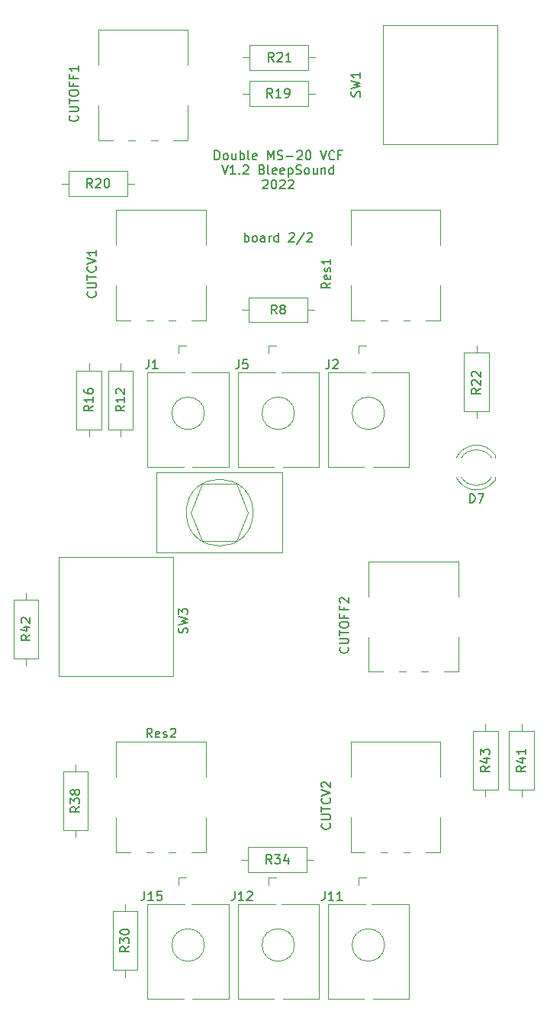
<source format=gbr>
G04 #@! TF.GenerationSoftware,KiCad,Pcbnew,(6.0.6)*
G04 #@! TF.CreationDate,2022-11-24T12:50:18+00:00*
G04 #@! TF.ProjectId,MS20-VCF,4d533230-2d56-4434-962e-6b696361645f,rev?*
G04 #@! TF.SameCoordinates,Original*
G04 #@! TF.FileFunction,Legend,Top*
G04 #@! TF.FilePolarity,Positive*
%FSLAX46Y46*%
G04 Gerber Fmt 4.6, Leading zero omitted, Abs format (unit mm)*
G04 Created by KiCad (PCBNEW (6.0.6)) date 2022-11-24 12:50:18*
%MOMM*%
%LPD*%
G01*
G04 APERTURE LIST*
%ADD10C,0.150000*%
%ADD11C,0.120000*%
G04 APERTURE END LIST*
D10*
X121261904Y-61452380D02*
X121261904Y-60452380D01*
X121261904Y-60833333D02*
X121357142Y-60785714D01*
X121547619Y-60785714D01*
X121642857Y-60833333D01*
X121690476Y-60880952D01*
X121738095Y-60976190D01*
X121738095Y-61261904D01*
X121690476Y-61357142D01*
X121642857Y-61404761D01*
X121547619Y-61452380D01*
X121357142Y-61452380D01*
X121261904Y-61404761D01*
X122309523Y-61452380D02*
X122214285Y-61404761D01*
X122166666Y-61357142D01*
X122119047Y-61261904D01*
X122119047Y-60976190D01*
X122166666Y-60880952D01*
X122214285Y-60833333D01*
X122309523Y-60785714D01*
X122452380Y-60785714D01*
X122547619Y-60833333D01*
X122595238Y-60880952D01*
X122642857Y-60976190D01*
X122642857Y-61261904D01*
X122595238Y-61357142D01*
X122547619Y-61404761D01*
X122452380Y-61452380D01*
X122309523Y-61452380D01*
X123500000Y-61452380D02*
X123500000Y-60928571D01*
X123452380Y-60833333D01*
X123357142Y-60785714D01*
X123166666Y-60785714D01*
X123071428Y-60833333D01*
X123500000Y-61404761D02*
X123404761Y-61452380D01*
X123166666Y-61452380D01*
X123071428Y-61404761D01*
X123023809Y-61309523D01*
X123023809Y-61214285D01*
X123071428Y-61119047D01*
X123166666Y-61071428D01*
X123404761Y-61071428D01*
X123500000Y-61023809D01*
X123976190Y-61452380D02*
X123976190Y-60785714D01*
X123976190Y-60976190D02*
X124023809Y-60880952D01*
X124071428Y-60833333D01*
X124166666Y-60785714D01*
X124261904Y-60785714D01*
X125023809Y-61452380D02*
X125023809Y-60452380D01*
X125023809Y-61404761D02*
X124928571Y-61452380D01*
X124738095Y-61452380D01*
X124642857Y-61404761D01*
X124595238Y-61357142D01*
X124547619Y-61261904D01*
X124547619Y-60976190D01*
X124595238Y-60880952D01*
X124642857Y-60833333D01*
X124738095Y-60785714D01*
X124928571Y-60785714D01*
X125023809Y-60833333D01*
X126214285Y-60547619D02*
X126261904Y-60500000D01*
X126357142Y-60452380D01*
X126595238Y-60452380D01*
X126690476Y-60500000D01*
X126738095Y-60547619D01*
X126785714Y-60642857D01*
X126785714Y-60738095D01*
X126738095Y-60880952D01*
X126166666Y-61452380D01*
X126785714Y-61452380D01*
X127928571Y-60404761D02*
X127071428Y-61690476D01*
X128214285Y-60547619D02*
X128261904Y-60500000D01*
X128357142Y-60452380D01*
X128595238Y-60452380D01*
X128690476Y-60500000D01*
X128738095Y-60547619D01*
X128785714Y-60642857D01*
X128785714Y-60738095D01*
X128738095Y-60880952D01*
X128166666Y-61452380D01*
X128785714Y-61452380D01*
X117952380Y-52342380D02*
X117952380Y-51342380D01*
X118190476Y-51342380D01*
X118333333Y-51390000D01*
X118428571Y-51485238D01*
X118476190Y-51580476D01*
X118523809Y-51770952D01*
X118523809Y-51913809D01*
X118476190Y-52104285D01*
X118428571Y-52199523D01*
X118333333Y-52294761D01*
X118190476Y-52342380D01*
X117952380Y-52342380D01*
X119095238Y-52342380D02*
X119000000Y-52294761D01*
X118952380Y-52247142D01*
X118904761Y-52151904D01*
X118904761Y-51866190D01*
X118952380Y-51770952D01*
X119000000Y-51723333D01*
X119095238Y-51675714D01*
X119238095Y-51675714D01*
X119333333Y-51723333D01*
X119380952Y-51770952D01*
X119428571Y-51866190D01*
X119428571Y-52151904D01*
X119380952Y-52247142D01*
X119333333Y-52294761D01*
X119238095Y-52342380D01*
X119095238Y-52342380D01*
X120285714Y-51675714D02*
X120285714Y-52342380D01*
X119857142Y-51675714D02*
X119857142Y-52199523D01*
X119904761Y-52294761D01*
X120000000Y-52342380D01*
X120142857Y-52342380D01*
X120238095Y-52294761D01*
X120285714Y-52247142D01*
X120761904Y-52342380D02*
X120761904Y-51342380D01*
X120761904Y-51723333D02*
X120857142Y-51675714D01*
X121047619Y-51675714D01*
X121142857Y-51723333D01*
X121190476Y-51770952D01*
X121238095Y-51866190D01*
X121238095Y-52151904D01*
X121190476Y-52247142D01*
X121142857Y-52294761D01*
X121047619Y-52342380D01*
X120857142Y-52342380D01*
X120761904Y-52294761D01*
X121809523Y-52342380D02*
X121714285Y-52294761D01*
X121666666Y-52199523D01*
X121666666Y-51342380D01*
X122571428Y-52294761D02*
X122476190Y-52342380D01*
X122285714Y-52342380D01*
X122190476Y-52294761D01*
X122142857Y-52199523D01*
X122142857Y-51818571D01*
X122190476Y-51723333D01*
X122285714Y-51675714D01*
X122476190Y-51675714D01*
X122571428Y-51723333D01*
X122619047Y-51818571D01*
X122619047Y-51913809D01*
X122142857Y-52009047D01*
X123809523Y-52342380D02*
X123809523Y-51342380D01*
X124142857Y-52056666D01*
X124476190Y-51342380D01*
X124476190Y-52342380D01*
X124904761Y-52294761D02*
X125047619Y-52342380D01*
X125285714Y-52342380D01*
X125380952Y-52294761D01*
X125428571Y-52247142D01*
X125476190Y-52151904D01*
X125476190Y-52056666D01*
X125428571Y-51961428D01*
X125380952Y-51913809D01*
X125285714Y-51866190D01*
X125095238Y-51818571D01*
X125000000Y-51770952D01*
X124952380Y-51723333D01*
X124904761Y-51628095D01*
X124904761Y-51532857D01*
X124952380Y-51437619D01*
X125000000Y-51390000D01*
X125095238Y-51342380D01*
X125333333Y-51342380D01*
X125476190Y-51390000D01*
X125904761Y-51961428D02*
X126666666Y-51961428D01*
X127095238Y-51437619D02*
X127142857Y-51390000D01*
X127238095Y-51342380D01*
X127476190Y-51342380D01*
X127571428Y-51390000D01*
X127619047Y-51437619D01*
X127666666Y-51532857D01*
X127666666Y-51628095D01*
X127619047Y-51770952D01*
X127047619Y-52342380D01*
X127666666Y-52342380D01*
X128285714Y-51342380D02*
X128380952Y-51342380D01*
X128476190Y-51390000D01*
X128523809Y-51437619D01*
X128571428Y-51532857D01*
X128619047Y-51723333D01*
X128619047Y-51961428D01*
X128571428Y-52151904D01*
X128523809Y-52247142D01*
X128476190Y-52294761D01*
X128380952Y-52342380D01*
X128285714Y-52342380D01*
X128190476Y-52294761D01*
X128142857Y-52247142D01*
X128095238Y-52151904D01*
X128047619Y-51961428D01*
X128047619Y-51723333D01*
X128095238Y-51532857D01*
X128142857Y-51437619D01*
X128190476Y-51390000D01*
X128285714Y-51342380D01*
X129666666Y-51342380D02*
X130000000Y-52342380D01*
X130333333Y-51342380D01*
X131238095Y-52247142D02*
X131190476Y-52294761D01*
X131047619Y-52342380D01*
X130952380Y-52342380D01*
X130809523Y-52294761D01*
X130714285Y-52199523D01*
X130666666Y-52104285D01*
X130619047Y-51913809D01*
X130619047Y-51770952D01*
X130666666Y-51580476D01*
X130714285Y-51485238D01*
X130809523Y-51390000D01*
X130952380Y-51342380D01*
X131047619Y-51342380D01*
X131190476Y-51390000D01*
X131238095Y-51437619D01*
X132000000Y-51818571D02*
X131666666Y-51818571D01*
X131666666Y-52342380D02*
X131666666Y-51342380D01*
X132142857Y-51342380D01*
X118738095Y-52952380D02*
X119071428Y-53952380D01*
X119404761Y-52952380D01*
X120261904Y-53952380D02*
X119690476Y-53952380D01*
X119976190Y-53952380D02*
X119976190Y-52952380D01*
X119880952Y-53095238D01*
X119785714Y-53190476D01*
X119690476Y-53238095D01*
X120690476Y-53857142D02*
X120738095Y-53904761D01*
X120690476Y-53952380D01*
X120642857Y-53904761D01*
X120690476Y-53857142D01*
X120690476Y-53952380D01*
X121119047Y-53047619D02*
X121166666Y-53000000D01*
X121261904Y-52952380D01*
X121500000Y-52952380D01*
X121595238Y-53000000D01*
X121642857Y-53047619D01*
X121690476Y-53142857D01*
X121690476Y-53238095D01*
X121642857Y-53380952D01*
X121071428Y-53952380D01*
X121690476Y-53952380D01*
X123214285Y-53428571D02*
X123357142Y-53476190D01*
X123404761Y-53523809D01*
X123452380Y-53619047D01*
X123452380Y-53761904D01*
X123404761Y-53857142D01*
X123357142Y-53904761D01*
X123261904Y-53952380D01*
X122880952Y-53952380D01*
X122880952Y-52952380D01*
X123214285Y-52952380D01*
X123309523Y-53000000D01*
X123357142Y-53047619D01*
X123404761Y-53142857D01*
X123404761Y-53238095D01*
X123357142Y-53333333D01*
X123309523Y-53380952D01*
X123214285Y-53428571D01*
X122880952Y-53428571D01*
X124023809Y-53952380D02*
X123928571Y-53904761D01*
X123880952Y-53809523D01*
X123880952Y-52952380D01*
X124785714Y-53904761D02*
X124690476Y-53952380D01*
X124500000Y-53952380D01*
X124404761Y-53904761D01*
X124357142Y-53809523D01*
X124357142Y-53428571D01*
X124404761Y-53333333D01*
X124500000Y-53285714D01*
X124690476Y-53285714D01*
X124785714Y-53333333D01*
X124833333Y-53428571D01*
X124833333Y-53523809D01*
X124357142Y-53619047D01*
X125642857Y-53904761D02*
X125547619Y-53952380D01*
X125357142Y-53952380D01*
X125261904Y-53904761D01*
X125214285Y-53809523D01*
X125214285Y-53428571D01*
X125261904Y-53333333D01*
X125357142Y-53285714D01*
X125547619Y-53285714D01*
X125642857Y-53333333D01*
X125690476Y-53428571D01*
X125690476Y-53523809D01*
X125214285Y-53619047D01*
X126119047Y-53285714D02*
X126119047Y-54285714D01*
X126119047Y-53333333D02*
X126214285Y-53285714D01*
X126404761Y-53285714D01*
X126500000Y-53333333D01*
X126547619Y-53380952D01*
X126595238Y-53476190D01*
X126595238Y-53761904D01*
X126547619Y-53857142D01*
X126500000Y-53904761D01*
X126404761Y-53952380D01*
X126214285Y-53952380D01*
X126119047Y-53904761D01*
X126976190Y-53904761D02*
X127119047Y-53952380D01*
X127357142Y-53952380D01*
X127452380Y-53904761D01*
X127500000Y-53857142D01*
X127547619Y-53761904D01*
X127547619Y-53666666D01*
X127500000Y-53571428D01*
X127452380Y-53523809D01*
X127357142Y-53476190D01*
X127166666Y-53428571D01*
X127071428Y-53380952D01*
X127023809Y-53333333D01*
X126976190Y-53238095D01*
X126976190Y-53142857D01*
X127023809Y-53047619D01*
X127071428Y-53000000D01*
X127166666Y-52952380D01*
X127404761Y-52952380D01*
X127547619Y-53000000D01*
X128119047Y-53952380D02*
X128023809Y-53904761D01*
X127976190Y-53857142D01*
X127928571Y-53761904D01*
X127928571Y-53476190D01*
X127976190Y-53380952D01*
X128023809Y-53333333D01*
X128119047Y-53285714D01*
X128261904Y-53285714D01*
X128357142Y-53333333D01*
X128404761Y-53380952D01*
X128452380Y-53476190D01*
X128452380Y-53761904D01*
X128404761Y-53857142D01*
X128357142Y-53904761D01*
X128261904Y-53952380D01*
X128119047Y-53952380D01*
X129309523Y-53285714D02*
X129309523Y-53952380D01*
X128880952Y-53285714D02*
X128880952Y-53809523D01*
X128928571Y-53904761D01*
X129023809Y-53952380D01*
X129166666Y-53952380D01*
X129261904Y-53904761D01*
X129309523Y-53857142D01*
X129785714Y-53285714D02*
X129785714Y-53952380D01*
X129785714Y-53380952D02*
X129833333Y-53333333D01*
X129928571Y-53285714D01*
X130071428Y-53285714D01*
X130166666Y-53333333D01*
X130214285Y-53428571D01*
X130214285Y-53952380D01*
X131119047Y-53952380D02*
X131119047Y-52952380D01*
X131119047Y-53904761D02*
X131023809Y-53952380D01*
X130833333Y-53952380D01*
X130738095Y-53904761D01*
X130690476Y-53857142D01*
X130642857Y-53761904D01*
X130642857Y-53476190D01*
X130690476Y-53380952D01*
X130738095Y-53333333D01*
X130833333Y-53285714D01*
X131023809Y-53285714D01*
X131119047Y-53333333D01*
X123285714Y-54657619D02*
X123333333Y-54610000D01*
X123428571Y-54562380D01*
X123666666Y-54562380D01*
X123761904Y-54610000D01*
X123809523Y-54657619D01*
X123857142Y-54752857D01*
X123857142Y-54848095D01*
X123809523Y-54990952D01*
X123238095Y-55562380D01*
X123857142Y-55562380D01*
X124476190Y-54562380D02*
X124571428Y-54562380D01*
X124666666Y-54610000D01*
X124714285Y-54657619D01*
X124761904Y-54752857D01*
X124809523Y-54943333D01*
X124809523Y-55181428D01*
X124761904Y-55371904D01*
X124714285Y-55467142D01*
X124666666Y-55514761D01*
X124571428Y-55562380D01*
X124476190Y-55562380D01*
X124380952Y-55514761D01*
X124333333Y-55467142D01*
X124285714Y-55371904D01*
X124238095Y-55181428D01*
X124238095Y-54943333D01*
X124285714Y-54752857D01*
X124333333Y-54657619D01*
X124380952Y-54610000D01*
X124476190Y-54562380D01*
X125190476Y-54657619D02*
X125238095Y-54610000D01*
X125333333Y-54562380D01*
X125571428Y-54562380D01*
X125666666Y-54610000D01*
X125714285Y-54657619D01*
X125761904Y-54752857D01*
X125761904Y-54848095D01*
X125714285Y-54990952D01*
X125142857Y-55562380D01*
X125761904Y-55562380D01*
X126142857Y-54657619D02*
X126190476Y-54610000D01*
X126285714Y-54562380D01*
X126523809Y-54562380D01*
X126619047Y-54610000D01*
X126666666Y-54657619D01*
X126714285Y-54752857D01*
X126714285Y-54848095D01*
X126666666Y-54990952D01*
X126095238Y-55562380D01*
X126714285Y-55562380D01*
X104707142Y-67000000D02*
X104754761Y-67047619D01*
X104802380Y-67190476D01*
X104802380Y-67285714D01*
X104754761Y-67428571D01*
X104659523Y-67523809D01*
X104564285Y-67571428D01*
X104373809Y-67619047D01*
X104230952Y-67619047D01*
X104040476Y-67571428D01*
X103945238Y-67523809D01*
X103850000Y-67428571D01*
X103802380Y-67285714D01*
X103802380Y-67190476D01*
X103850000Y-67047619D01*
X103897619Y-67000000D01*
X103802380Y-66571428D02*
X104611904Y-66571428D01*
X104707142Y-66523809D01*
X104754761Y-66476190D01*
X104802380Y-66380952D01*
X104802380Y-66190476D01*
X104754761Y-66095238D01*
X104707142Y-66047619D01*
X104611904Y-66000000D01*
X103802380Y-66000000D01*
X103802380Y-65666666D02*
X103802380Y-65095238D01*
X104802380Y-65380952D02*
X103802380Y-65380952D01*
X104707142Y-64190476D02*
X104754761Y-64238095D01*
X104802380Y-64380952D01*
X104802380Y-64476190D01*
X104754761Y-64619047D01*
X104659523Y-64714285D01*
X104564285Y-64761904D01*
X104373809Y-64809523D01*
X104230952Y-64809523D01*
X104040476Y-64761904D01*
X103945238Y-64714285D01*
X103850000Y-64619047D01*
X103802380Y-64476190D01*
X103802380Y-64380952D01*
X103850000Y-64238095D01*
X103897619Y-64190476D01*
X103802380Y-63904761D02*
X104802380Y-63571428D01*
X103802380Y-63238095D01*
X104802380Y-62380952D02*
X104802380Y-62952380D01*
X104802380Y-62666666D02*
X103802380Y-62666666D01*
X103945238Y-62761904D01*
X104040476Y-62857142D01*
X104088095Y-62952380D01*
X102707142Y-47452380D02*
X102754761Y-47500000D01*
X102802380Y-47642857D01*
X102802380Y-47738095D01*
X102754761Y-47880952D01*
X102659523Y-47976190D01*
X102564285Y-48023809D01*
X102373809Y-48071428D01*
X102230952Y-48071428D01*
X102040476Y-48023809D01*
X101945238Y-47976190D01*
X101850000Y-47880952D01*
X101802380Y-47738095D01*
X101802380Y-47642857D01*
X101850000Y-47500000D01*
X101897619Y-47452380D01*
X101802380Y-47023809D02*
X102611904Y-47023809D01*
X102707142Y-46976190D01*
X102754761Y-46928571D01*
X102802380Y-46833333D01*
X102802380Y-46642857D01*
X102754761Y-46547619D01*
X102707142Y-46500000D01*
X102611904Y-46452380D01*
X101802380Y-46452380D01*
X101802380Y-46119047D02*
X101802380Y-45547619D01*
X102802380Y-45833333D02*
X101802380Y-45833333D01*
X101802380Y-45023809D02*
X101802380Y-44833333D01*
X101850000Y-44738095D01*
X101945238Y-44642857D01*
X102135714Y-44595238D01*
X102469047Y-44595238D01*
X102659523Y-44642857D01*
X102754761Y-44738095D01*
X102802380Y-44833333D01*
X102802380Y-45023809D01*
X102754761Y-45119047D01*
X102659523Y-45214285D01*
X102469047Y-45261904D01*
X102135714Y-45261904D01*
X101945238Y-45214285D01*
X101850000Y-45119047D01*
X101802380Y-45023809D01*
X102278571Y-43833333D02*
X102278571Y-44166666D01*
X102802380Y-44166666D02*
X101802380Y-44166666D01*
X101802380Y-43690476D01*
X102278571Y-42976190D02*
X102278571Y-43309523D01*
X102802380Y-43309523D02*
X101802380Y-43309523D01*
X101802380Y-42833333D01*
X102802380Y-41928571D02*
X102802380Y-42500000D01*
X102802380Y-42214285D02*
X101802380Y-42214285D01*
X101945238Y-42309523D01*
X102040476Y-42404761D01*
X102088095Y-42500000D01*
X146266904Y-90412380D02*
X146266904Y-89412380D01*
X146505000Y-89412380D01*
X146647857Y-89460000D01*
X146743095Y-89555238D01*
X146790714Y-89650476D01*
X146838333Y-89840952D01*
X146838333Y-89983809D01*
X146790714Y-90174285D01*
X146743095Y-90269523D01*
X146647857Y-90364761D01*
X146505000Y-90412380D01*
X146266904Y-90412380D01*
X147171666Y-89412380D02*
X147838333Y-89412380D01*
X147409761Y-90412380D01*
X110636666Y-74532380D02*
X110636666Y-75246666D01*
X110589047Y-75389523D01*
X110493809Y-75484761D01*
X110350952Y-75532380D01*
X110255714Y-75532380D01*
X111636666Y-75532380D02*
X111065238Y-75532380D01*
X111350952Y-75532380D02*
X111350952Y-74532380D01*
X111255714Y-74675238D01*
X111160476Y-74770476D01*
X111065238Y-74818095D01*
X120636666Y-74532380D02*
X120636666Y-75246666D01*
X120589047Y-75389523D01*
X120493809Y-75484761D01*
X120350952Y-75532380D01*
X120255714Y-75532380D01*
X121589047Y-74532380D02*
X121112857Y-74532380D01*
X121065238Y-75008571D01*
X121112857Y-74960952D01*
X121208095Y-74913333D01*
X121446190Y-74913333D01*
X121541428Y-74960952D01*
X121589047Y-75008571D01*
X121636666Y-75103809D01*
X121636666Y-75341904D01*
X121589047Y-75437142D01*
X121541428Y-75484761D01*
X121446190Y-75532380D01*
X121208095Y-75532380D01*
X121112857Y-75484761D01*
X121065238Y-75437142D01*
X130636666Y-74532380D02*
X130636666Y-75246666D01*
X130589047Y-75389523D01*
X130493809Y-75484761D01*
X130350952Y-75532380D01*
X130255714Y-75532380D01*
X131065238Y-74627619D02*
X131112857Y-74580000D01*
X131208095Y-74532380D01*
X131446190Y-74532380D01*
X131541428Y-74580000D01*
X131589047Y-74627619D01*
X131636666Y-74722857D01*
X131636666Y-74818095D01*
X131589047Y-74960952D01*
X131017619Y-75532380D01*
X131636666Y-75532380D01*
X104452380Y-79642857D02*
X103976190Y-79976190D01*
X104452380Y-80214285D02*
X103452380Y-80214285D01*
X103452380Y-79833333D01*
X103500000Y-79738095D01*
X103547619Y-79690476D01*
X103642857Y-79642857D01*
X103785714Y-79642857D01*
X103880952Y-79690476D01*
X103928571Y-79738095D01*
X103976190Y-79833333D01*
X103976190Y-80214285D01*
X104452380Y-78690476D02*
X104452380Y-79261904D01*
X104452380Y-78976190D02*
X103452380Y-78976190D01*
X103595238Y-79071428D01*
X103690476Y-79166666D01*
X103738095Y-79261904D01*
X103452380Y-77833333D02*
X103452380Y-78023809D01*
X103500000Y-78119047D01*
X103547619Y-78166666D01*
X103690476Y-78261904D01*
X103880952Y-78309523D01*
X104261904Y-78309523D01*
X104357142Y-78261904D01*
X104404761Y-78214285D01*
X104452380Y-78119047D01*
X104452380Y-77928571D01*
X104404761Y-77833333D01*
X104357142Y-77785714D01*
X104261904Y-77738095D01*
X104023809Y-77738095D01*
X103928571Y-77785714D01*
X103880952Y-77833333D01*
X103833333Y-77928571D01*
X103833333Y-78119047D01*
X103880952Y-78214285D01*
X103928571Y-78261904D01*
X104023809Y-78309523D01*
X104357142Y-55452380D02*
X104023809Y-54976190D01*
X103785714Y-55452380D02*
X103785714Y-54452380D01*
X104166666Y-54452380D01*
X104261904Y-54500000D01*
X104309523Y-54547619D01*
X104357142Y-54642857D01*
X104357142Y-54785714D01*
X104309523Y-54880952D01*
X104261904Y-54928571D01*
X104166666Y-54976190D01*
X103785714Y-54976190D01*
X104738095Y-54547619D02*
X104785714Y-54500000D01*
X104880952Y-54452380D01*
X105119047Y-54452380D01*
X105214285Y-54500000D01*
X105261904Y-54547619D01*
X105309523Y-54642857D01*
X105309523Y-54738095D01*
X105261904Y-54880952D01*
X104690476Y-55452380D01*
X105309523Y-55452380D01*
X105928571Y-54452380D02*
X106023809Y-54452380D01*
X106119047Y-54500000D01*
X106166666Y-54547619D01*
X106214285Y-54642857D01*
X106261904Y-54833333D01*
X106261904Y-55071428D01*
X106214285Y-55261904D01*
X106166666Y-55357142D01*
X106119047Y-55404761D01*
X106023809Y-55452380D01*
X105928571Y-55452380D01*
X105833333Y-55404761D01*
X105785714Y-55357142D01*
X105738095Y-55261904D01*
X105690476Y-55071428D01*
X105690476Y-54833333D01*
X105738095Y-54642857D01*
X105785714Y-54547619D01*
X105833333Y-54500000D01*
X105928571Y-54452380D01*
X124357142Y-45452380D02*
X124023809Y-44976190D01*
X123785714Y-45452380D02*
X123785714Y-44452380D01*
X124166666Y-44452380D01*
X124261904Y-44500000D01*
X124309523Y-44547619D01*
X124357142Y-44642857D01*
X124357142Y-44785714D01*
X124309523Y-44880952D01*
X124261904Y-44928571D01*
X124166666Y-44976190D01*
X123785714Y-44976190D01*
X125309523Y-45452380D02*
X124738095Y-45452380D01*
X125023809Y-45452380D02*
X125023809Y-44452380D01*
X124928571Y-44595238D01*
X124833333Y-44690476D01*
X124738095Y-44738095D01*
X125785714Y-45452380D02*
X125976190Y-45452380D01*
X126071428Y-45404761D01*
X126119047Y-45357142D01*
X126214285Y-45214285D01*
X126261904Y-45023809D01*
X126261904Y-44642857D01*
X126214285Y-44547619D01*
X126166666Y-44500000D01*
X126071428Y-44452380D01*
X125880952Y-44452380D01*
X125785714Y-44500000D01*
X125738095Y-44547619D01*
X125690476Y-44642857D01*
X125690476Y-44880952D01*
X125738095Y-44976190D01*
X125785714Y-45023809D01*
X125880952Y-45071428D01*
X126071428Y-45071428D01*
X126166666Y-45023809D01*
X126214285Y-44976190D01*
X126261904Y-44880952D01*
X124517142Y-41452380D02*
X124183809Y-40976190D01*
X123945714Y-41452380D02*
X123945714Y-40452380D01*
X124326666Y-40452380D01*
X124421904Y-40500000D01*
X124469523Y-40547619D01*
X124517142Y-40642857D01*
X124517142Y-40785714D01*
X124469523Y-40880952D01*
X124421904Y-40928571D01*
X124326666Y-40976190D01*
X123945714Y-40976190D01*
X124898095Y-40547619D02*
X124945714Y-40500000D01*
X125040952Y-40452380D01*
X125279047Y-40452380D01*
X125374285Y-40500000D01*
X125421904Y-40547619D01*
X125469523Y-40642857D01*
X125469523Y-40738095D01*
X125421904Y-40880952D01*
X124850476Y-41452380D01*
X125469523Y-41452380D01*
X126421904Y-41452380D02*
X125850476Y-41452380D01*
X126136190Y-41452380D02*
X126136190Y-40452380D01*
X126040952Y-40595238D01*
X125945714Y-40690476D01*
X125850476Y-40738095D01*
X107952380Y-79642857D02*
X107476190Y-79976190D01*
X107952380Y-80214285D02*
X106952380Y-80214285D01*
X106952380Y-79833333D01*
X107000000Y-79738095D01*
X107047619Y-79690476D01*
X107142857Y-79642857D01*
X107285714Y-79642857D01*
X107380952Y-79690476D01*
X107428571Y-79738095D01*
X107476190Y-79833333D01*
X107476190Y-80214285D01*
X107952380Y-78690476D02*
X107952380Y-79261904D01*
X107952380Y-78976190D02*
X106952380Y-78976190D01*
X107095238Y-79071428D01*
X107190476Y-79166666D01*
X107238095Y-79261904D01*
X107047619Y-78309523D02*
X107000000Y-78261904D01*
X106952380Y-78166666D01*
X106952380Y-77928571D01*
X107000000Y-77833333D01*
X107047619Y-77785714D01*
X107142857Y-77738095D01*
X107238095Y-77738095D01*
X107380952Y-77785714D01*
X107952380Y-78357142D01*
X107952380Y-77738095D01*
X124833333Y-69452380D02*
X124500000Y-68976190D01*
X124261904Y-69452380D02*
X124261904Y-68452380D01*
X124642857Y-68452380D01*
X124738095Y-68500000D01*
X124785714Y-68547619D01*
X124833333Y-68642857D01*
X124833333Y-68785714D01*
X124785714Y-68880952D01*
X124738095Y-68928571D01*
X124642857Y-68976190D01*
X124261904Y-68976190D01*
X125404761Y-68880952D02*
X125309523Y-68833333D01*
X125261904Y-68785714D01*
X125214285Y-68690476D01*
X125214285Y-68642857D01*
X125261904Y-68547619D01*
X125309523Y-68500000D01*
X125404761Y-68452380D01*
X125595238Y-68452380D01*
X125690476Y-68500000D01*
X125738095Y-68547619D01*
X125785714Y-68642857D01*
X125785714Y-68690476D01*
X125738095Y-68785714D01*
X125690476Y-68833333D01*
X125595238Y-68880952D01*
X125404761Y-68880952D01*
X125309523Y-68928571D01*
X125261904Y-68976190D01*
X125214285Y-69071428D01*
X125214285Y-69261904D01*
X125261904Y-69357142D01*
X125309523Y-69404761D01*
X125404761Y-69452380D01*
X125595238Y-69452380D01*
X125690476Y-69404761D01*
X125738095Y-69357142D01*
X125785714Y-69261904D01*
X125785714Y-69071428D01*
X125738095Y-68976190D01*
X125690476Y-68928571D01*
X125595238Y-68880952D01*
X124277142Y-130452380D02*
X123943809Y-129976190D01*
X123705714Y-130452380D02*
X123705714Y-129452380D01*
X124086666Y-129452380D01*
X124181904Y-129500000D01*
X124229523Y-129547619D01*
X124277142Y-129642857D01*
X124277142Y-129785714D01*
X124229523Y-129880952D01*
X124181904Y-129928571D01*
X124086666Y-129976190D01*
X123705714Y-129976190D01*
X124610476Y-129452380D02*
X125229523Y-129452380D01*
X124896190Y-129833333D01*
X125039047Y-129833333D01*
X125134285Y-129880952D01*
X125181904Y-129928571D01*
X125229523Y-130023809D01*
X125229523Y-130261904D01*
X125181904Y-130357142D01*
X125134285Y-130404761D01*
X125039047Y-130452380D01*
X124753333Y-130452380D01*
X124658095Y-130404761D01*
X124610476Y-130357142D01*
X126086666Y-129785714D02*
X126086666Y-130452380D01*
X125848571Y-129404761D02*
X125610476Y-130119047D01*
X126229523Y-130119047D01*
X108452380Y-139642857D02*
X107976190Y-139976190D01*
X108452380Y-140214285D02*
X107452380Y-140214285D01*
X107452380Y-139833333D01*
X107500000Y-139738095D01*
X107547619Y-139690476D01*
X107642857Y-139642857D01*
X107785714Y-139642857D01*
X107880952Y-139690476D01*
X107928571Y-139738095D01*
X107976190Y-139833333D01*
X107976190Y-140214285D01*
X107452380Y-139309523D02*
X107452380Y-138690476D01*
X107833333Y-139023809D01*
X107833333Y-138880952D01*
X107880952Y-138785714D01*
X107928571Y-138738095D01*
X108023809Y-138690476D01*
X108261904Y-138690476D01*
X108357142Y-138738095D01*
X108404761Y-138785714D01*
X108452380Y-138880952D01*
X108452380Y-139166666D01*
X108404761Y-139261904D01*
X108357142Y-139309523D01*
X107452380Y-138071428D02*
X107452380Y-137976190D01*
X107500000Y-137880952D01*
X107547619Y-137833333D01*
X107642857Y-137785714D01*
X107833333Y-137738095D01*
X108071428Y-137738095D01*
X108261904Y-137785714D01*
X108357142Y-137833333D01*
X108404761Y-137880952D01*
X108452380Y-137976190D01*
X108452380Y-138071428D01*
X108404761Y-138166666D01*
X108357142Y-138214285D01*
X108261904Y-138261904D01*
X108071428Y-138309523D01*
X107833333Y-138309523D01*
X107642857Y-138261904D01*
X107547619Y-138214285D01*
X107500000Y-138166666D01*
X107452380Y-138071428D01*
X130802380Y-66000000D02*
X130326190Y-66333333D01*
X130802380Y-66571428D02*
X129802380Y-66571428D01*
X129802380Y-66190476D01*
X129850000Y-66095238D01*
X129897619Y-66047619D01*
X129992857Y-66000000D01*
X130135714Y-66000000D01*
X130230952Y-66047619D01*
X130278571Y-66095238D01*
X130326190Y-66190476D01*
X130326190Y-66571428D01*
X130754761Y-65190476D02*
X130802380Y-65285714D01*
X130802380Y-65476190D01*
X130754761Y-65571428D01*
X130659523Y-65619047D01*
X130278571Y-65619047D01*
X130183333Y-65571428D01*
X130135714Y-65476190D01*
X130135714Y-65285714D01*
X130183333Y-65190476D01*
X130278571Y-65142857D01*
X130373809Y-65142857D01*
X130469047Y-65619047D01*
X130754761Y-64761904D02*
X130802380Y-64666666D01*
X130802380Y-64476190D01*
X130754761Y-64380952D01*
X130659523Y-64333333D01*
X130611904Y-64333333D01*
X130516666Y-64380952D01*
X130469047Y-64476190D01*
X130469047Y-64619047D01*
X130421428Y-64714285D01*
X130326190Y-64761904D01*
X130278571Y-64761904D01*
X130183333Y-64714285D01*
X130135714Y-64619047D01*
X130135714Y-64476190D01*
X130183333Y-64380952D01*
X130802380Y-63380952D02*
X130802380Y-63952380D01*
X130802380Y-63666666D02*
X129802380Y-63666666D01*
X129945238Y-63761904D01*
X130040476Y-63857142D01*
X130088095Y-63952380D01*
X134054761Y-45333333D02*
X134102380Y-45190476D01*
X134102380Y-44952380D01*
X134054761Y-44857142D01*
X134007142Y-44809523D01*
X133911904Y-44761904D01*
X133816666Y-44761904D01*
X133721428Y-44809523D01*
X133673809Y-44857142D01*
X133626190Y-44952380D01*
X133578571Y-45142857D01*
X133530952Y-45238095D01*
X133483333Y-45285714D01*
X133388095Y-45333333D01*
X133292857Y-45333333D01*
X133197619Y-45285714D01*
X133150000Y-45238095D01*
X133102380Y-45142857D01*
X133102380Y-44904761D01*
X133150000Y-44761904D01*
X133102380Y-44428571D02*
X134102380Y-44190476D01*
X133388095Y-44000000D01*
X134102380Y-43809523D01*
X133102380Y-43571428D01*
X134102380Y-42666666D02*
X134102380Y-43238095D01*
X134102380Y-42952380D02*
X133102380Y-42952380D01*
X133245238Y-43047619D01*
X133340476Y-43142857D01*
X133388095Y-43238095D01*
X130160476Y-133532380D02*
X130160476Y-134246666D01*
X130112857Y-134389523D01*
X130017619Y-134484761D01*
X129874761Y-134532380D01*
X129779523Y-134532380D01*
X131160476Y-134532380D02*
X130589047Y-134532380D01*
X130874761Y-134532380D02*
X130874761Y-133532380D01*
X130779523Y-133675238D01*
X130684285Y-133770476D01*
X130589047Y-133818095D01*
X132112857Y-134532380D02*
X131541428Y-134532380D01*
X131827142Y-134532380D02*
X131827142Y-133532380D01*
X131731904Y-133675238D01*
X131636666Y-133770476D01*
X131541428Y-133818095D01*
X110160476Y-133532380D02*
X110160476Y-134246666D01*
X110112857Y-134389523D01*
X110017619Y-134484761D01*
X109874761Y-134532380D01*
X109779523Y-134532380D01*
X111160476Y-134532380D02*
X110589047Y-134532380D01*
X110874761Y-134532380D02*
X110874761Y-133532380D01*
X110779523Y-133675238D01*
X110684285Y-133770476D01*
X110589047Y-133818095D01*
X112065238Y-133532380D02*
X111589047Y-133532380D01*
X111541428Y-134008571D01*
X111589047Y-133960952D01*
X111684285Y-133913333D01*
X111922380Y-133913333D01*
X112017619Y-133960952D01*
X112065238Y-134008571D01*
X112112857Y-134103809D01*
X112112857Y-134341904D01*
X112065238Y-134437142D01*
X112017619Y-134484761D01*
X111922380Y-134532380D01*
X111684285Y-134532380D01*
X111589047Y-134484761D01*
X111541428Y-134437142D01*
X120160476Y-133532380D02*
X120160476Y-134246666D01*
X120112857Y-134389523D01*
X120017619Y-134484761D01*
X119874761Y-134532380D01*
X119779523Y-134532380D01*
X121160476Y-134532380D02*
X120589047Y-134532380D01*
X120874761Y-134532380D02*
X120874761Y-133532380D01*
X120779523Y-133675238D01*
X120684285Y-133770476D01*
X120589047Y-133818095D01*
X121541428Y-133627619D02*
X121589047Y-133580000D01*
X121684285Y-133532380D01*
X121922380Y-133532380D01*
X122017619Y-133580000D01*
X122065238Y-133627619D01*
X122112857Y-133722857D01*
X122112857Y-133818095D01*
X122065238Y-133960952D01*
X121493809Y-134532380D01*
X122112857Y-134532380D01*
X147452380Y-77722857D02*
X146976190Y-78056190D01*
X147452380Y-78294285D02*
X146452380Y-78294285D01*
X146452380Y-77913333D01*
X146500000Y-77818095D01*
X146547619Y-77770476D01*
X146642857Y-77722857D01*
X146785714Y-77722857D01*
X146880952Y-77770476D01*
X146928571Y-77818095D01*
X146976190Y-77913333D01*
X146976190Y-78294285D01*
X146547619Y-77341904D02*
X146500000Y-77294285D01*
X146452380Y-77199047D01*
X146452380Y-76960952D01*
X146500000Y-76865714D01*
X146547619Y-76818095D01*
X146642857Y-76770476D01*
X146738095Y-76770476D01*
X146880952Y-76818095D01*
X147452380Y-77389523D01*
X147452380Y-76770476D01*
X146547619Y-76389523D02*
X146500000Y-76341904D01*
X146452380Y-76246666D01*
X146452380Y-76008571D01*
X146500000Y-75913333D01*
X146547619Y-75865714D01*
X146642857Y-75818095D01*
X146738095Y-75818095D01*
X146880952Y-75865714D01*
X147452380Y-76437142D01*
X147452380Y-75818095D01*
X97452380Y-105062857D02*
X96976190Y-105396190D01*
X97452380Y-105634285D02*
X96452380Y-105634285D01*
X96452380Y-105253333D01*
X96500000Y-105158095D01*
X96547619Y-105110476D01*
X96642857Y-105062857D01*
X96785714Y-105062857D01*
X96880952Y-105110476D01*
X96928571Y-105158095D01*
X96976190Y-105253333D01*
X96976190Y-105634285D01*
X96785714Y-104205714D02*
X97452380Y-104205714D01*
X96404761Y-104443809D02*
X97119047Y-104681904D01*
X97119047Y-104062857D01*
X96547619Y-103729523D02*
X96500000Y-103681904D01*
X96452380Y-103586666D01*
X96452380Y-103348571D01*
X96500000Y-103253333D01*
X96547619Y-103205714D01*
X96642857Y-103158095D01*
X96738095Y-103158095D01*
X96880952Y-103205714D01*
X97452380Y-103777142D01*
X97452380Y-103158095D01*
X148452380Y-119642857D02*
X147976190Y-119976190D01*
X148452380Y-120214285D02*
X147452380Y-120214285D01*
X147452380Y-119833333D01*
X147500000Y-119738095D01*
X147547619Y-119690476D01*
X147642857Y-119642857D01*
X147785714Y-119642857D01*
X147880952Y-119690476D01*
X147928571Y-119738095D01*
X147976190Y-119833333D01*
X147976190Y-120214285D01*
X147785714Y-118785714D02*
X148452380Y-118785714D01*
X147404761Y-119023809D02*
X148119047Y-119261904D01*
X148119047Y-118642857D01*
X147452380Y-118357142D02*
X147452380Y-117738095D01*
X147833333Y-118071428D01*
X147833333Y-117928571D01*
X147880952Y-117833333D01*
X147928571Y-117785714D01*
X148023809Y-117738095D01*
X148261904Y-117738095D01*
X148357142Y-117785714D01*
X148404761Y-117833333D01*
X148452380Y-117928571D01*
X148452380Y-118214285D01*
X148404761Y-118309523D01*
X148357142Y-118357142D01*
X152452380Y-119642857D02*
X151976190Y-119976190D01*
X152452380Y-120214285D02*
X151452380Y-120214285D01*
X151452380Y-119833333D01*
X151500000Y-119738095D01*
X151547619Y-119690476D01*
X151642857Y-119642857D01*
X151785714Y-119642857D01*
X151880952Y-119690476D01*
X151928571Y-119738095D01*
X151976190Y-119833333D01*
X151976190Y-120214285D01*
X151785714Y-118785714D02*
X152452380Y-118785714D01*
X151404761Y-119023809D02*
X152119047Y-119261904D01*
X152119047Y-118642857D01*
X152452380Y-117738095D02*
X152452380Y-118309523D01*
X152452380Y-118023809D02*
X151452380Y-118023809D01*
X151595238Y-118119047D01*
X151690476Y-118214285D01*
X151738095Y-118309523D01*
X102952380Y-124142857D02*
X102476190Y-124476190D01*
X102952380Y-124714285D02*
X101952380Y-124714285D01*
X101952380Y-124333333D01*
X102000000Y-124238095D01*
X102047619Y-124190476D01*
X102142857Y-124142857D01*
X102285714Y-124142857D01*
X102380952Y-124190476D01*
X102428571Y-124238095D01*
X102476190Y-124333333D01*
X102476190Y-124714285D01*
X101952380Y-123809523D02*
X101952380Y-123190476D01*
X102333333Y-123523809D01*
X102333333Y-123380952D01*
X102380952Y-123285714D01*
X102428571Y-123238095D01*
X102523809Y-123190476D01*
X102761904Y-123190476D01*
X102857142Y-123238095D01*
X102904761Y-123285714D01*
X102952380Y-123380952D01*
X102952380Y-123666666D01*
X102904761Y-123761904D01*
X102857142Y-123809523D01*
X102380952Y-122619047D02*
X102333333Y-122714285D01*
X102285714Y-122761904D01*
X102190476Y-122809523D01*
X102142857Y-122809523D01*
X102047619Y-122761904D01*
X102000000Y-122714285D01*
X101952380Y-122619047D01*
X101952380Y-122428571D01*
X102000000Y-122333333D01*
X102047619Y-122285714D01*
X102142857Y-122238095D01*
X102190476Y-122238095D01*
X102285714Y-122285714D01*
X102333333Y-122333333D01*
X102380952Y-122428571D01*
X102380952Y-122619047D01*
X102428571Y-122714285D01*
X102476190Y-122761904D01*
X102571428Y-122809523D01*
X102761904Y-122809523D01*
X102857142Y-122761904D01*
X102904761Y-122714285D01*
X102952380Y-122619047D01*
X102952380Y-122428571D01*
X102904761Y-122333333D01*
X102857142Y-122285714D01*
X102761904Y-122238095D01*
X102571428Y-122238095D01*
X102476190Y-122285714D01*
X102428571Y-122333333D01*
X102380952Y-122428571D01*
X114904761Y-104833333D02*
X114952380Y-104690476D01*
X114952380Y-104452380D01*
X114904761Y-104357142D01*
X114857142Y-104309523D01*
X114761904Y-104261904D01*
X114666666Y-104261904D01*
X114571428Y-104309523D01*
X114523809Y-104357142D01*
X114476190Y-104452380D01*
X114428571Y-104642857D01*
X114380952Y-104738095D01*
X114333333Y-104785714D01*
X114238095Y-104833333D01*
X114142857Y-104833333D01*
X114047619Y-104785714D01*
X114000000Y-104738095D01*
X113952380Y-104642857D01*
X113952380Y-104404761D01*
X114000000Y-104261904D01*
X113952380Y-103928571D02*
X114952380Y-103690476D01*
X114238095Y-103500000D01*
X114952380Y-103309523D01*
X113952380Y-103071428D01*
X113952380Y-102785714D02*
X113952380Y-102166666D01*
X114333333Y-102500000D01*
X114333333Y-102357142D01*
X114380952Y-102261904D01*
X114428571Y-102214285D01*
X114523809Y-102166666D01*
X114761904Y-102166666D01*
X114857142Y-102214285D01*
X114904761Y-102261904D01*
X114952380Y-102357142D01*
X114952380Y-102642857D01*
X114904761Y-102738095D01*
X114857142Y-102785714D01*
X130707142Y-126000000D02*
X130754761Y-126047619D01*
X130802380Y-126190476D01*
X130802380Y-126285714D01*
X130754761Y-126428571D01*
X130659523Y-126523809D01*
X130564285Y-126571428D01*
X130373809Y-126619047D01*
X130230952Y-126619047D01*
X130040476Y-126571428D01*
X129945238Y-126523809D01*
X129850000Y-126428571D01*
X129802380Y-126285714D01*
X129802380Y-126190476D01*
X129850000Y-126047619D01*
X129897619Y-126000000D01*
X129802380Y-125571428D02*
X130611904Y-125571428D01*
X130707142Y-125523809D01*
X130754761Y-125476190D01*
X130802380Y-125380952D01*
X130802380Y-125190476D01*
X130754761Y-125095238D01*
X130707142Y-125047619D01*
X130611904Y-125000000D01*
X129802380Y-125000000D01*
X129802380Y-124666666D02*
X129802380Y-124095238D01*
X130802380Y-124380952D02*
X129802380Y-124380952D01*
X130707142Y-123190476D02*
X130754761Y-123238095D01*
X130802380Y-123380952D01*
X130802380Y-123476190D01*
X130754761Y-123619047D01*
X130659523Y-123714285D01*
X130564285Y-123761904D01*
X130373809Y-123809523D01*
X130230952Y-123809523D01*
X130040476Y-123761904D01*
X129945238Y-123714285D01*
X129850000Y-123619047D01*
X129802380Y-123476190D01*
X129802380Y-123380952D01*
X129850000Y-123238095D01*
X129897619Y-123190476D01*
X129802380Y-122904761D02*
X130802380Y-122571428D01*
X129802380Y-122238095D01*
X129897619Y-121952380D02*
X129850000Y-121904761D01*
X129802380Y-121809523D01*
X129802380Y-121571428D01*
X129850000Y-121476190D01*
X129897619Y-121428571D01*
X129992857Y-121380952D01*
X130088095Y-121380952D01*
X130230952Y-121428571D01*
X130802380Y-122000000D01*
X130802380Y-121380952D01*
X111000000Y-116452380D02*
X110666666Y-115976190D01*
X110428571Y-116452380D02*
X110428571Y-115452380D01*
X110809523Y-115452380D01*
X110904761Y-115500000D01*
X110952380Y-115547619D01*
X111000000Y-115642857D01*
X111000000Y-115785714D01*
X110952380Y-115880952D01*
X110904761Y-115928571D01*
X110809523Y-115976190D01*
X110428571Y-115976190D01*
X111809523Y-116404761D02*
X111714285Y-116452380D01*
X111523809Y-116452380D01*
X111428571Y-116404761D01*
X111380952Y-116309523D01*
X111380952Y-115928571D01*
X111428571Y-115833333D01*
X111523809Y-115785714D01*
X111714285Y-115785714D01*
X111809523Y-115833333D01*
X111857142Y-115928571D01*
X111857142Y-116023809D01*
X111380952Y-116119047D01*
X112238095Y-116404761D02*
X112333333Y-116452380D01*
X112523809Y-116452380D01*
X112619047Y-116404761D01*
X112666666Y-116309523D01*
X112666666Y-116261904D01*
X112619047Y-116166666D01*
X112523809Y-116119047D01*
X112380952Y-116119047D01*
X112285714Y-116071428D01*
X112238095Y-115976190D01*
X112238095Y-115928571D01*
X112285714Y-115833333D01*
X112380952Y-115785714D01*
X112523809Y-115785714D01*
X112619047Y-115833333D01*
X113047619Y-115547619D02*
X113095238Y-115500000D01*
X113190476Y-115452380D01*
X113428571Y-115452380D01*
X113523809Y-115500000D01*
X113571428Y-115547619D01*
X113619047Y-115642857D01*
X113619047Y-115738095D01*
X113571428Y-115880952D01*
X113000000Y-116452380D01*
X113619047Y-116452380D01*
X132707142Y-106452380D02*
X132754761Y-106500000D01*
X132802380Y-106642857D01*
X132802380Y-106738095D01*
X132754761Y-106880952D01*
X132659523Y-106976190D01*
X132564285Y-107023809D01*
X132373809Y-107071428D01*
X132230952Y-107071428D01*
X132040476Y-107023809D01*
X131945238Y-106976190D01*
X131850000Y-106880952D01*
X131802380Y-106738095D01*
X131802380Y-106642857D01*
X131850000Y-106500000D01*
X131897619Y-106452380D01*
X131802380Y-106023809D02*
X132611904Y-106023809D01*
X132707142Y-105976190D01*
X132754761Y-105928571D01*
X132802380Y-105833333D01*
X132802380Y-105642857D01*
X132754761Y-105547619D01*
X132707142Y-105500000D01*
X132611904Y-105452380D01*
X131802380Y-105452380D01*
X131802380Y-105119047D02*
X131802380Y-104547619D01*
X132802380Y-104833333D02*
X131802380Y-104833333D01*
X131802380Y-104023809D02*
X131802380Y-103833333D01*
X131850000Y-103738095D01*
X131945238Y-103642857D01*
X132135714Y-103595238D01*
X132469047Y-103595238D01*
X132659523Y-103642857D01*
X132754761Y-103738095D01*
X132802380Y-103833333D01*
X132802380Y-104023809D01*
X132754761Y-104119047D01*
X132659523Y-104214285D01*
X132469047Y-104261904D01*
X132135714Y-104261904D01*
X131945238Y-104214285D01*
X131850000Y-104119047D01*
X131802380Y-104023809D01*
X132278571Y-102833333D02*
X132278571Y-103166666D01*
X132802380Y-103166666D02*
X131802380Y-103166666D01*
X131802380Y-102690476D01*
X132278571Y-101976190D02*
X132278571Y-102309523D01*
X132802380Y-102309523D02*
X131802380Y-102309523D01*
X131802380Y-101833333D01*
X131897619Y-101500000D02*
X131850000Y-101452380D01*
X131802380Y-101357142D01*
X131802380Y-101119047D01*
X131850000Y-101023809D01*
X131897619Y-100976190D01*
X131992857Y-100928571D01*
X132088095Y-100928571D01*
X132230952Y-100976190D01*
X132802380Y-101547619D01*
X132802380Y-100928571D01*
D11*
X110371000Y-70170000D02*
X111130000Y-70170000D01*
X115370000Y-70170000D02*
X116970000Y-70170000D01*
X112871000Y-70170000D02*
X113630000Y-70170000D01*
X107030000Y-57930000D02*
X116970000Y-57930000D01*
X107030000Y-61795000D02*
X107030000Y-57930000D01*
X107030000Y-70170000D02*
X108629000Y-70170000D01*
X116970000Y-61795000D02*
X116970000Y-57930000D01*
X107030000Y-70170000D02*
X107030000Y-66305000D01*
X116970000Y-70170000D02*
X116970000Y-66305000D01*
X113370000Y-50170000D02*
X114970000Y-50170000D01*
X108371000Y-50170000D02*
X109130000Y-50170000D01*
X110871000Y-50170000D02*
X111630000Y-50170000D01*
X105030000Y-50170000D02*
X105030000Y-46305000D01*
X105030000Y-41795000D02*
X105030000Y-37930000D01*
X105030000Y-50170000D02*
X106629000Y-50170000D01*
X114970000Y-41795000D02*
X114970000Y-37930000D01*
X105030000Y-37930000D02*
X114970000Y-37930000D01*
X114970000Y-50170000D02*
X114970000Y-46305000D01*
X149065000Y-85420000D02*
X149065000Y-85101000D01*
X149065000Y-87899000D02*
X149065000Y-87580000D01*
X144761758Y-87580724D02*
G75*
G03*
X149065000Y-87898749I2243242J1080724D01*
G01*
X148688330Y-85420000D02*
G75*
G03*
X145322287Y-85419039I-1683330J-1080000D01*
G01*
X149065000Y-85101251D02*
G75*
G03*
X144761758Y-85419276I-2060000J-1398749D01*
G01*
X145322287Y-87580961D02*
G75*
G03*
X148688330Y-87580000I1682713J1080961D01*
G01*
X119500000Y-86480000D02*
X115500000Y-86480000D01*
X114500000Y-86480000D02*
X110500000Y-86480000D01*
X114650000Y-75980000D02*
X110500000Y-75980000D01*
X110500000Y-75980000D02*
X110500000Y-86480000D01*
X119500000Y-75980000D02*
X119500000Y-86480000D01*
X119500000Y-75980000D02*
X115350000Y-75980000D01*
X113940000Y-73000000D02*
X113940000Y-73800000D01*
X113940000Y-73000000D02*
X114800000Y-73000000D01*
X116800000Y-80480000D02*
G75*
G03*
X116800000Y-80480000I-1800000J0D01*
G01*
X124500000Y-86480000D02*
X120500000Y-86480000D01*
X123940000Y-73000000D02*
X123940000Y-73800000D01*
X120500000Y-75980000D02*
X120500000Y-86480000D01*
X123940000Y-73000000D02*
X124800000Y-73000000D01*
X129500000Y-75980000D02*
X129500000Y-86480000D01*
X129500000Y-75980000D02*
X125350000Y-75980000D01*
X124650000Y-75980000D02*
X120500000Y-75980000D01*
X129500000Y-86480000D02*
X125500000Y-86480000D01*
X126800000Y-80480000D02*
G75*
G03*
X126800000Y-80480000I-1800000J0D01*
G01*
X130500000Y-75980000D02*
X130500000Y-86480000D01*
X134650000Y-75980000D02*
X130500000Y-75980000D01*
X139500000Y-86480000D02*
X135500000Y-86480000D01*
X139500000Y-75980000D02*
X135350000Y-75980000D01*
X133940000Y-73000000D02*
X134800000Y-73000000D01*
X134500000Y-86480000D02*
X130500000Y-86480000D01*
X133940000Y-73000000D02*
X133940000Y-73800000D01*
X139500000Y-75980000D02*
X139500000Y-86480000D01*
X136800000Y-80480000D02*
G75*
G03*
X136800000Y-80480000I-1800000J0D01*
G01*
X102630000Y-82270000D02*
X105370000Y-82270000D01*
X105370000Y-82270000D02*
X105370000Y-75730000D01*
X104000000Y-83040000D02*
X104000000Y-82270000D01*
X102630000Y-75730000D02*
X102630000Y-82270000D01*
X104000000Y-74960000D02*
X104000000Y-75730000D01*
X105370000Y-75730000D02*
X102630000Y-75730000D01*
X108270000Y-56370000D02*
X108270000Y-53630000D01*
X108270000Y-53630000D02*
X101730000Y-53630000D01*
X101730000Y-56370000D02*
X108270000Y-56370000D01*
X101730000Y-53630000D02*
X101730000Y-56370000D01*
X100960000Y-55000000D02*
X101730000Y-55000000D01*
X109040000Y-55000000D02*
X108270000Y-55000000D01*
X121810000Y-43630000D02*
X121810000Y-46370000D01*
X121810000Y-46370000D02*
X128350000Y-46370000D01*
X121040000Y-45000000D02*
X121810000Y-45000000D01*
X129120000Y-45000000D02*
X128350000Y-45000000D01*
X128350000Y-43630000D02*
X121810000Y-43630000D01*
X128350000Y-46370000D02*
X128350000Y-43630000D01*
X121040000Y-41000000D02*
X121810000Y-41000000D01*
X128350000Y-39630000D02*
X121810000Y-39630000D01*
X129120000Y-41000000D02*
X128350000Y-41000000D01*
X121810000Y-39630000D02*
X121810000Y-42370000D01*
X128350000Y-42370000D02*
X128350000Y-39630000D01*
X121810000Y-42370000D02*
X128350000Y-42370000D01*
X106130000Y-75730000D02*
X106130000Y-82270000D01*
X107500000Y-74960000D02*
X107500000Y-75730000D01*
X108870000Y-75730000D02*
X106130000Y-75730000D01*
X108870000Y-82270000D02*
X108870000Y-75730000D01*
X106130000Y-82270000D02*
X108870000Y-82270000D01*
X107500000Y-83040000D02*
X107500000Y-82270000D01*
X120960000Y-69000000D02*
X121730000Y-69000000D01*
X128270000Y-70370000D02*
X128270000Y-67630000D01*
X128270000Y-67630000D02*
X121730000Y-67630000D01*
X121730000Y-67630000D02*
X121730000Y-70370000D01*
X129040000Y-69000000D02*
X128270000Y-69000000D01*
X121730000Y-70370000D02*
X128270000Y-70370000D01*
X121650000Y-128630000D02*
X121650000Y-131370000D01*
X121650000Y-131370000D02*
X128190000Y-131370000D01*
X120880000Y-130000000D02*
X121650000Y-130000000D01*
X128960000Y-130000000D02*
X128190000Y-130000000D01*
X128190000Y-128630000D02*
X121650000Y-128630000D01*
X128190000Y-131370000D02*
X128190000Y-128630000D01*
X109370000Y-142270000D02*
X109370000Y-135730000D01*
X106630000Y-135730000D02*
X106630000Y-142270000D01*
X109370000Y-135730000D02*
X106630000Y-135730000D01*
X108000000Y-143040000D02*
X108000000Y-142270000D01*
X106630000Y-142270000D02*
X109370000Y-142270000D01*
X108000000Y-134960000D02*
X108000000Y-135730000D01*
X136371000Y-70170000D02*
X137130000Y-70170000D01*
X138871000Y-70170000D02*
X139630000Y-70170000D01*
X142970000Y-70170000D02*
X142970000Y-66305000D01*
X133030000Y-57930000D02*
X142970000Y-57930000D01*
X142970000Y-61795000D02*
X142970000Y-57930000D01*
X133030000Y-70170000D02*
X134629000Y-70170000D01*
X141370000Y-70170000D02*
X142970000Y-70170000D01*
X133030000Y-61795000D02*
X133030000Y-57930000D01*
X133030000Y-70170000D02*
X133030000Y-66305000D01*
X136650000Y-37400000D02*
X146350000Y-37400000D01*
X149350000Y-50600000D02*
X146350000Y-50600000D01*
X136650000Y-44000000D02*
X136650000Y-37400000D01*
X136650000Y-50000000D02*
X136650000Y-50400000D01*
X136650000Y-50400000D02*
X136650000Y-50600000D01*
X136650000Y-44000000D02*
X136650000Y-50000000D01*
X149350000Y-37400000D02*
X149350000Y-50600000D01*
X149350000Y-37400000D02*
X146350000Y-37400000D01*
X146350000Y-50600000D02*
X136650000Y-50600000D01*
X125485000Y-87055000D02*
X125485000Y-95945000D01*
X116595000Y-88325000D02*
X120405000Y-88325000D01*
X120405000Y-88325000D02*
X121675000Y-91500000D01*
X115325000Y-91500000D02*
X116595000Y-88325000D01*
X121675000Y-91500000D02*
X120405000Y-94675000D01*
X125485000Y-95945000D02*
X111515000Y-95945000D01*
X111515000Y-87055000D02*
X125485000Y-87055000D01*
X111515000Y-95945000D02*
X111515000Y-87055000D01*
X120405000Y-94675000D02*
X116595000Y-94675000D01*
X116595000Y-94675000D02*
X115325000Y-91500000D01*
X122202654Y-91500000D02*
G75*
G03*
X122202654Y-91500000I-3702654J0D01*
G01*
X139500000Y-134980000D02*
X135350000Y-134980000D01*
X133940000Y-132000000D02*
X133940000Y-132800000D01*
X133940000Y-132000000D02*
X134800000Y-132000000D01*
X134650000Y-134980000D02*
X130500000Y-134980000D01*
X130500000Y-134980000D02*
X130500000Y-145480000D01*
X134500000Y-145480000D02*
X130500000Y-145480000D01*
X139500000Y-134980000D02*
X139500000Y-145480000D01*
X139500000Y-145480000D02*
X135500000Y-145480000D01*
X136800000Y-139480000D02*
G75*
G03*
X136800000Y-139480000I-1800000J0D01*
G01*
X119500000Y-134980000D02*
X119500000Y-145480000D01*
X110500000Y-134980000D02*
X110500000Y-145480000D01*
X114650000Y-134980000D02*
X110500000Y-134980000D01*
X119500000Y-134980000D02*
X115350000Y-134980000D01*
X113940000Y-132000000D02*
X113940000Y-132800000D01*
X114500000Y-145480000D02*
X110500000Y-145480000D01*
X119500000Y-145480000D02*
X115500000Y-145480000D01*
X113940000Y-132000000D02*
X114800000Y-132000000D01*
X116800000Y-139480000D02*
G75*
G03*
X116800000Y-139480000I-1800000J0D01*
G01*
X123940000Y-132000000D02*
X123940000Y-132800000D01*
X124500000Y-145480000D02*
X120500000Y-145480000D01*
X123940000Y-132000000D02*
X124800000Y-132000000D01*
X124650000Y-134980000D02*
X120500000Y-134980000D01*
X129500000Y-145480000D02*
X125500000Y-145480000D01*
X129500000Y-134980000D02*
X129500000Y-145480000D01*
X129500000Y-134980000D02*
X125350000Y-134980000D01*
X120500000Y-134980000D02*
X120500000Y-145480000D01*
X126800000Y-139480000D02*
G75*
G03*
X126800000Y-139480000I-1800000J0D01*
G01*
X145630000Y-80270000D02*
X148370000Y-80270000D01*
X147000000Y-72960000D02*
X147000000Y-73730000D01*
X148370000Y-80270000D02*
X148370000Y-73730000D01*
X148370000Y-73730000D02*
X145630000Y-73730000D01*
X147000000Y-81040000D02*
X147000000Y-80270000D01*
X145630000Y-73730000D02*
X145630000Y-80270000D01*
X95630000Y-101150000D02*
X95630000Y-107690000D01*
X98370000Y-101150000D02*
X95630000Y-101150000D01*
X98370000Y-107690000D02*
X98370000Y-101150000D01*
X95630000Y-107690000D02*
X98370000Y-107690000D01*
X97000000Y-100380000D02*
X97000000Y-101150000D01*
X97000000Y-108460000D02*
X97000000Y-107690000D01*
X146630000Y-115730000D02*
X146630000Y-122270000D01*
X149370000Y-122270000D02*
X149370000Y-115730000D01*
X146630000Y-122270000D02*
X149370000Y-122270000D01*
X149370000Y-115730000D02*
X146630000Y-115730000D01*
X148000000Y-114960000D02*
X148000000Y-115730000D01*
X148000000Y-123040000D02*
X148000000Y-122270000D01*
X152000000Y-123040000D02*
X152000000Y-122270000D01*
X150630000Y-115730000D02*
X150630000Y-122270000D01*
X152000000Y-114960000D02*
X152000000Y-115730000D01*
X153370000Y-122270000D02*
X153370000Y-115730000D01*
X153370000Y-115730000D02*
X150630000Y-115730000D01*
X150630000Y-122270000D02*
X153370000Y-122270000D01*
X102500000Y-119460000D02*
X102500000Y-120230000D01*
X103870000Y-120230000D02*
X101130000Y-120230000D01*
X103870000Y-126770000D02*
X103870000Y-120230000D01*
X101130000Y-120230000D02*
X101130000Y-126770000D01*
X102500000Y-127540000D02*
X102500000Y-126770000D01*
X101130000Y-126770000D02*
X103870000Y-126770000D01*
X100650000Y-96400000D02*
X110350000Y-96400000D01*
X110350000Y-109600000D02*
X100650000Y-109600000D01*
X100650000Y-109000000D02*
X100650000Y-109400000D01*
X113350000Y-96400000D02*
X110350000Y-96400000D01*
X100650000Y-103000000D02*
X100650000Y-96400000D01*
X113350000Y-96400000D02*
X113350000Y-109600000D01*
X113350000Y-109600000D02*
X110350000Y-109600000D01*
X100650000Y-103000000D02*
X100650000Y-109000000D01*
X100650000Y-109400000D02*
X100650000Y-109600000D01*
X136371000Y-129170000D02*
X137130000Y-129170000D01*
X138871000Y-129170000D02*
X139630000Y-129170000D01*
X133030000Y-116930000D02*
X142970000Y-116930000D01*
X133030000Y-120795000D02*
X133030000Y-116930000D01*
X141370000Y-129170000D02*
X142970000Y-129170000D01*
X133030000Y-129170000D02*
X134629000Y-129170000D01*
X142970000Y-120795000D02*
X142970000Y-116930000D01*
X142970000Y-129170000D02*
X142970000Y-125305000D01*
X133030000Y-129170000D02*
X133030000Y-125305000D01*
X116970000Y-120795000D02*
X116970000Y-116930000D01*
X112871000Y-129170000D02*
X113630000Y-129170000D01*
X107030000Y-129170000D02*
X107030000Y-125305000D01*
X116970000Y-129170000D02*
X116970000Y-125305000D01*
X107030000Y-129170000D02*
X108629000Y-129170000D01*
X110371000Y-129170000D02*
X111130000Y-129170000D01*
X107030000Y-116930000D02*
X116970000Y-116930000D01*
X115370000Y-129170000D02*
X116970000Y-129170000D01*
X107030000Y-120795000D02*
X107030000Y-116930000D01*
X144970000Y-100795000D02*
X144970000Y-96930000D01*
X140871000Y-109170000D02*
X141630000Y-109170000D01*
X144970000Y-109170000D02*
X144970000Y-105305000D01*
X138371000Y-109170000D02*
X139130000Y-109170000D01*
X135030000Y-109170000D02*
X136629000Y-109170000D01*
X135030000Y-109170000D02*
X135030000Y-105305000D01*
X135030000Y-100795000D02*
X135030000Y-96930000D01*
X135030000Y-96930000D02*
X144970000Y-96930000D01*
X143370000Y-109170000D02*
X144970000Y-109170000D01*
M02*

</source>
